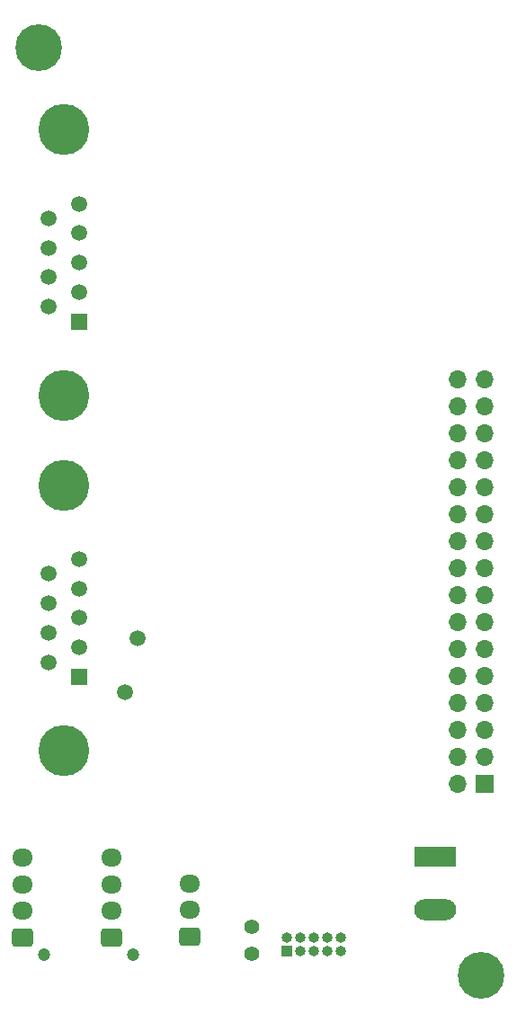
<source format=gbr>
%TF.GenerationSoftware,KiCad,Pcbnew,7.0.10-7.0.10~ubuntu23.10.1*%
%TF.CreationDate,2024-02-11T17:41:29+01:00*%
%TF.ProjectId,mainBoard,6d61696e-426f-4617-9264-2e6b69636164,rev?*%
%TF.SameCoordinates,Original*%
%TF.FileFunction,Soldermask,Bot*%
%TF.FilePolarity,Negative*%
%FSLAX46Y46*%
G04 Gerber Fmt 4.6, Leading zero omitted, Abs format (unit mm)*
G04 Created by KiCad (PCBNEW 7.0.10-7.0.10~ubuntu23.10.1) date 2024-02-11 17:41:29*
%MOMM*%
%LPD*%
G01*
G04 APERTURE LIST*
G04 Aperture macros list*
%AMRoundRect*
0 Rectangle with rounded corners*
0 $1 Rounding radius*
0 $2 $3 $4 $5 $6 $7 $8 $9 X,Y pos of 4 corners*
0 Add a 4 corners polygon primitive as box body*
4,1,4,$2,$3,$4,$5,$6,$7,$8,$9,$2,$3,0*
0 Add four circle primitives for the rounded corners*
1,1,$1+$1,$2,$3*
1,1,$1+$1,$4,$5*
1,1,$1+$1,$6,$7*
1,1,$1+$1,$8,$9*
0 Add four rect primitives between the rounded corners*
20,1,$1+$1,$2,$3,$4,$5,0*
20,1,$1+$1,$4,$5,$6,$7,0*
20,1,$1+$1,$6,$7,$8,$9,0*
20,1,$1+$1,$8,$9,$2,$3,0*%
G04 Aperture macros list end*
%ADD10R,1.700000X1.700000*%
%ADD11O,1.700000X1.700000*%
%ADD12RoundRect,0.250000X0.725000X-0.600000X0.725000X0.600000X-0.725000X0.600000X-0.725000X-0.600000X0*%
%ADD13O,1.950000X1.700000*%
%ADD14C,1.400000*%
%ADD15R,1.500000X1.500000*%
%ADD16C,1.500000*%
%ADD17C,4.800000*%
%ADD18C,1.200000*%
%ADD19C,1.515000*%
%ADD20C,4.400000*%
%ADD21R,3.960000X1.980000*%
%ADD22O,3.960000X1.980000*%
%ADD23R,1.000000X1.000000*%
%ADD24O,1.000000X1.000000*%
G04 APERTURE END LIST*
D10*
%TO.C,J8*%
X166983200Y-119863347D03*
D11*
X164443200Y-119863347D03*
X166983200Y-117323347D03*
X164443200Y-117323347D03*
X166983200Y-114783347D03*
X164443200Y-114783347D03*
X166983200Y-112243347D03*
X164443200Y-112243347D03*
X166983200Y-109703347D03*
X164443200Y-109703347D03*
X166983200Y-107163347D03*
X164443200Y-107163347D03*
X166983200Y-104623347D03*
X164443200Y-104623347D03*
X166983200Y-102083347D03*
X164443200Y-102083347D03*
X166983200Y-99543347D03*
X164443200Y-99543347D03*
X166983200Y-97003347D03*
X164443200Y-97003347D03*
X166983200Y-94463347D03*
X164443200Y-94463347D03*
X166983200Y-91923347D03*
X164443200Y-91923347D03*
X166983200Y-89383347D03*
X164443200Y-89383347D03*
X166983200Y-86843347D03*
X164443200Y-86843347D03*
X166983200Y-84303347D03*
X164443200Y-84303347D03*
X166983200Y-81763347D03*
X164443200Y-81763347D03*
%TD*%
D12*
%TO.C,J4*%
X139199200Y-134291347D03*
D13*
X139199200Y-131791347D03*
X139199200Y-129291347D03*
%TD*%
D14*
%TO.C,JP1*%
X145034000Y-133370000D03*
X145034000Y-135910000D03*
%TD*%
D15*
%TO.C,J2*%
X128732200Y-109819347D03*
D16*
X128732200Y-107047347D03*
X128732200Y-104274347D03*
X128732200Y-101502347D03*
X128732200Y-98729347D03*
X125892200Y-108433347D03*
X125892200Y-105660347D03*
X125892200Y-102888347D03*
X125892200Y-100115347D03*
D17*
X127312200Y-116769347D03*
X127312200Y-91779347D03*
%TD*%
D18*
%TO.C,J5*%
X133833200Y-135941347D03*
D12*
X131833200Y-134341347D03*
D13*
X131833200Y-131841347D03*
X131833200Y-129341347D03*
X131833200Y-126841347D03*
%TD*%
D15*
%TO.C,J1*%
X128732200Y-76337347D03*
D16*
X128732200Y-73565347D03*
X128732200Y-70792347D03*
X128732200Y-68020347D03*
X128732200Y-65247347D03*
X125892200Y-74951347D03*
X125892200Y-72178347D03*
X125892200Y-69406347D03*
X125892200Y-66633347D03*
D17*
X127312200Y-83287347D03*
X127312200Y-58297347D03*
%TD*%
D19*
%TO.C,F2*%
X133096000Y-111252000D03*
X134296000Y-106172000D03*
%TD*%
D20*
%TO.C,REF\u002A\u002A*%
X166624000Y-137922000D03*
%TD*%
D13*
%TO.C,J3*%
X123451200Y-126841347D03*
X123451200Y-129341347D03*
X123451200Y-131841347D03*
D12*
X123451200Y-134341347D03*
D18*
X125451200Y-135941347D03*
%TD*%
D21*
%TO.C,J7*%
X162306000Y-126746000D03*
D22*
X162306000Y-131746000D03*
%TD*%
D20*
%TO.C,REF\u002A\u002A*%
X124968000Y-50546000D03*
%TD*%
D23*
%TO.C,J6*%
X148336000Y-135636000D03*
D24*
X148336000Y-134366000D03*
X149606000Y-135636000D03*
X149606000Y-134366000D03*
X150876000Y-135636000D03*
X150876000Y-134366000D03*
X152146000Y-135636000D03*
X152146000Y-134366000D03*
X153416000Y-135636000D03*
X153416000Y-134366000D03*
%TD*%
M02*

</source>
